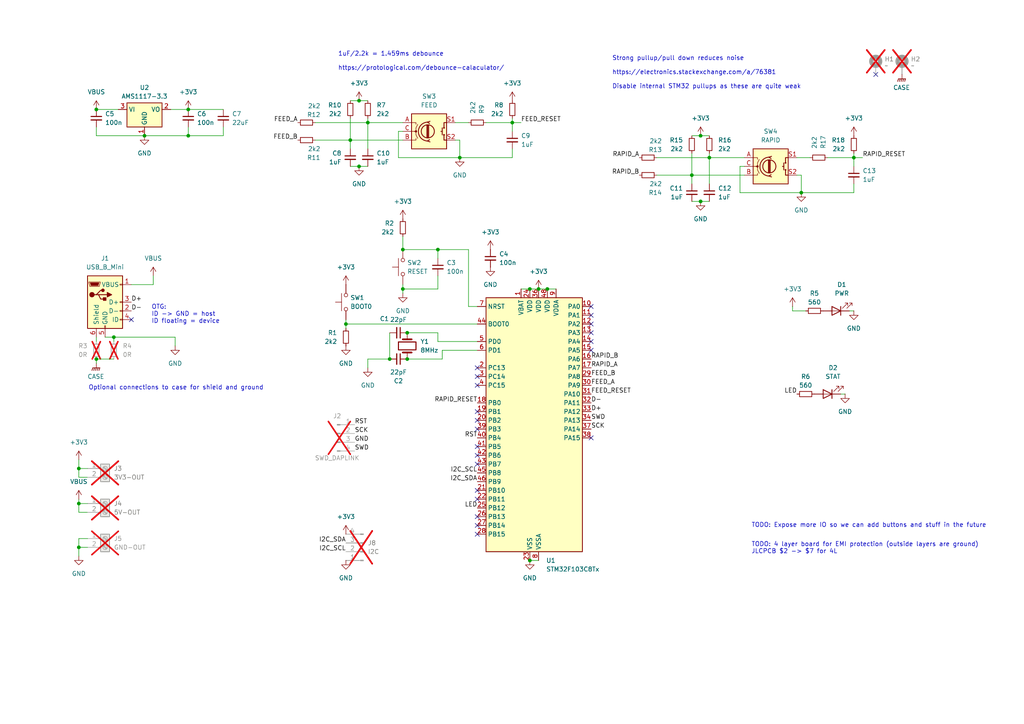
<source format=kicad_sch>
(kicad_sch (version 20231120) (generator "eeschema") (generator_version "8.0")
  (paper "A4")
  (lib_symbols
    (symbol "Connector:Conn_01x04_Pin" (pin_names (offset 1.016) hide)
      (property "Reference" "J" (at 0 5.08 0))
      (property "Value" "Conn_01x04_Pin" (at 0 -7.62 0))
      (symbol "Conn_01x04_Pin_1_1"
        (pin passive line (at 5.08 2.54 180) (length 3.81) (name "Pin_1") (number "1"))
        (pin passive line (at 5.08 0 180) (length 3.81) (name "Pin_2") (number "2"))
        (pin passive line (at 5.08 -2.54 180) (length 3.81) (name "Pin_3") (number "3"))
        (pin passive line (at 5.08 -5.08 180) (length 3.81) (name "Pin_4") (number "4"))
      )
    )
    (symbol "Connector:Screw_Terminal_01x02" (pin_names (offset 1.016) hide)
      (property "Reference" "J" (at 0 2.54 0))
      (property "Value" "Screw_Terminal_01x02" (at 0 -5.08 0))
      (symbol "Screw_Terminal_01x02_1_1"
        (pin passive line (at -5.08 0 0) (length 3.81) (name "Pin_1") (number "1"))
        (pin passive line (at -5.08 -2.54 0) (length 3.81) (name "Pin_2") (number "2"))
      )
    )
    (symbol "Connector:USB_B_Mini" (pin_names (offset 1.016))
      (property "Reference" "J" (at -5.08 11.43 0))
      (property "Value" "USB_B_Mini" (at -5.08 8.89 0))
      (symbol "USB_B_Mini_1_1"
        (pin power_out line (at 7.62 5.08 180) (length 2.54) (name "VBUS") (number "1"))
        (pin bidirectional line (at 7.62 -2.54 180) (length 2.54) (name "D-") (number "2"))
        (pin bidirectional line (at 7.62 0 180) (length 2.54) (name "D+") (number "3"))
        (pin passive line (at 7.62 -5.08 180) (length 2.54) (name "ID") (number "4"))
        (pin power_out line (at 0 -10.16 90) (length 2.54) (name "GND") (number "5"))
        (pin passive line (at -2.54 -10.16 90) (length 2.54) (name "Shield") (number "6"))
      )
    )
    (symbol "Device:C_Small" (pin_numbers hide) (pin_names (offset 0.254) hide)
      (property "Reference" "C" (at 0.254 1.778 0))
      (property "Value" "C_Small" (at 0.254 -2.032 0))
      (symbol "C_Small_1_1"
        (pin passive line (at 0 2.54 270) (length 2.032) (name "~") (number "1"))
        (pin passive line (at 0 -2.54 90) (length 2.032) (name "~") (number "2"))
      )
    )
    (symbol "Device:Crystal" (pin_numbers hide) (pin_names (offset 1.016) hide)
      (property "Reference" "Y" (at 0 3.81 0))
      (property "Value" "Crystal" (at 0 -3.81 0))
      (symbol "Crystal_1_1"
        (pin passive line (at -3.81 0 0) (length 1.27) (name "1") (number "1"))
        (pin passive line (at 3.81 0 180) (length 1.27) (name "2") (number "2"))
      )
    )
    (symbol "Device:LED" (pin_numbers hide) (pin_names (offset 1.016) hide)
      (property "Reference" "D" (at 0 2.54 0))
      (property "Value" "LED" (at 0 -2.54 0))
      (symbol "LED_1_1"
        (pin passive line (at -3.81 0 0) (length 2.54) (name "K") (number "1"))
        (pin passive line (at 3.81 0 180) (length 2.54) (name "A") (number "2"))
      )
    )
    (symbol "Device:R_Small" (pin_numbers hide) (pin_names (offset 0.254) hide)
      (property "Reference" "R" (at 0.762 0.508 0))
      (property "Value" "R_Small" (at 0.762 -1.016 0))
      (symbol "R_Small_1_1"
        (pin passive line (at 0 2.54 270) (length 0.762) (name "~") (number "1"))
        (pin passive line (at 0 -2.54 90) (length 0.762) (name "~") (number "2"))
      )
    )
    (symbol "Device:RotaryEncoder_Switch" (pin_names (offset 0.254) hide)
      (property "Reference" "SW" (at 0 6.604 0))
      (property "Value" "RotaryEncoder_Switch" (at 0 -6.604 0))
      (symbol "RotaryEncoder_Switch_1_1"
        (pin passive line (at -7.62 2.54 0) (length 2.54) (name "A") (number "A"))
        (pin passive line (at -7.62 -2.54 0) (length 2.54) (name "B") (number "B"))
        (pin passive line (at -7.62 0 0) (length 2.54) (name "C") (number "C"))
        (pin passive line (at 7.62 2.54 180) (length 2.54) (name "S1") (number "S1"))
        (pin passive line (at 7.62 -2.54 180) (length 2.54) (name "S2") (number "S2"))
      )
    )
    (symbol "MCU_ST_STM32F1:STM32F103C8Tx"
      (property "Reference" "U" (at -12.7 39.37 0))
      (property "Value" "STM32F103C8Tx" (at 10.16 39.37 0))
      (symbol "STM32F103C8Tx_1_1"
        (pin power_in line (at -2.54 40.64 270) (length 2.54) (name "VBAT") (number "1"))
        (pin bidirectional line (at 17.78 35.56 180) (length 2.54) (name "PA0") (number "10"))
        (pin bidirectional line (at 17.78 33.02 180) (length 2.54) (name "PA1") (number "11"))
        (pin bidirectional line (at 17.78 30.48 180) (length 2.54) (name "PA2") (number "12"))
        (pin bidirectional line (at 17.78 27.94 180) (length 2.54) (name "PA3") (number "13"))
        (pin bidirectional line (at 17.78 25.4 180) (length 2.54) (name "PA4") (number "14"))
        (pin bidirectional line (at 17.78 22.86 180) (length 2.54) (name "PA5") (number "15"))
        (pin bidirectional line (at 17.78 20.32 180) (length 2.54) (name "PA6") (number "16"))
        (pin bidirectional line (at 17.78 17.78 180) (length 2.54) (name "PA7") (number "17"))
        (pin bidirectional line (at -15.24 7.62 0) (length 2.54) (name "PB0") (number "18"))
        (pin bidirectional line (at -15.24 5.08 0) (length 2.54) (name "PB1") (number "19"))
        (pin bidirectional line (at -15.24 17.78 0) (length 2.54) (name "PC13") (number "2"))
        (pin bidirectional line (at -15.24 2.54 0) (length 2.54) (name "PB2") (number "20"))
        (pin bidirectional line (at -15.24 -17.78 0) (length 2.54) (name "PB10") (number "21"))
        (pin bidirectional line (at -15.24 -20.32 0) (length 2.54) (name "PB11") (number "22"))
        (pin power_in line (at 0 -38.1 90) (length 2.54) (name "VSS") (number "23"))
        (pin power_in line (at 0 40.64 270) (length 2.54) (name "VDD") (number "24"))
        (pin bidirectional line (at -15.24 -22.86 0) (length 2.54) (name "PB12") (number "25"))
        (pin bidirectional line (at -15.24 -25.4 0) (length 2.54) (name "PB13") (number "26"))
        (pin bidirectional line (at -15.24 -27.94 0) (length 2.54) (name "PB14") (number "27"))
        (pin bidirectional line (at -15.24 -30.48 0) (length 2.54) (name "PB15") (number "28"))
        (pin bidirectional line (at 17.78 15.24 180) (length 2.54) (name "PA8") (number "29"))
        (pin bidirectional line (at -15.24 15.24 0) (length 2.54) (name "PC14") (number "3"))
        (pin bidirectional line (at 17.78 12.7 180) (length 2.54) (name "PA9") (number "30"))
        (pin bidirectional line (at 17.78 10.16 180) (length 2.54) (name "PA10") (number "31"))
        (pin bidirectional line (at 17.78 7.62 180) (length 2.54) (name "PA11") (number "32"))
        (pin bidirectional line (at 17.78 5.08 180) (length 2.54) (name "PA12") (number "33"))
        (pin bidirectional line (at 17.78 2.54 180) (length 2.54) (name "PA13") (number "34"))
        (pin passive line (at 0 -38.1 90) (length 2.54) hide (name "VSS") (number "35"))
        (pin power_in line (at 2.54 40.64 270) (length 2.54) (name "VDD") (number "36"))
        (pin bidirectional line (at 17.78 0 180) (length 2.54) (name "PA14") (number "37"))
        (pin bidirectional line (at 17.78 -2.54 180) (length 2.54) (name "PA15") (number "38"))
        (pin bidirectional line (at -15.24 0 0) (length 2.54) (name "PB3") (number "39"))
        (pin bidirectional line (at -15.24 12.7 0) (length 2.54) (name "PC15") (number "4"))
        (pin bidirectional line (at -15.24 -2.54 0) (length 2.54) (name "PB4") (number "40"))
        (pin bidirectional line (at -15.24 -5.08 0) (length 2.54) (name "PB5") (number "41"))
        (pin bidirectional line (at -15.24 -7.62 0) (length 2.54) (name "PB6") (number "42"))
        (pin bidirectional line (at -15.24 -10.16 0) (length 2.54) (name "PB7") (number "43"))
        (pin input line (at -15.24 30.48 0) (length 2.54) (name "BOOT0") (number "44"))
        (pin bidirectional line (at -15.24 -12.7 0) (length 2.54) (name "PB8") (number "45"))
        (pin bidirectional line (at -15.24 -15.24 0) (length 2.54) (name "PB9") (number "46"))
        (pin passive line (at 0 -38.1 90) (length 2.54) hide (name "VSS") (number "47"))
        (pin power_in line (at 5.08 40.64 270) (length 2.54) (name "VDD") (number "48"))
        (pin bidirectional line (at -15.24 25.4 0) (length 2.54) (name "PD0") (number "5"))
        (pin bidirectional line (at -15.24 22.86 0) (length 2.54) (name "PD1") (number "6"))
        (pin input line (at -15.24 35.56 0) (length 2.54) (name "NRST") (number "7"))
        (pin power_in line (at 2.54 -38.1 90) (length 2.54) (name "VSSA") (number "8"))
        (pin power_in line (at 7.62 40.64 270) (length 2.54) (name "VDDA") (number "9"))
      )
    )
    (symbol "Mechanical:MountingHole_Pad" (pin_numbers hide) (pin_names (offset 1.016) hide) (exclude_from_sim yes) (in_bom no)
      (property "Reference" "H" (at 0 6.35 0))
      (property "Value" "MountingHole_Pad" (at 0 4.445 0))
      (symbol "MountingHole_Pad_1_1"
        (pin input line (at 0 -2.54 90) (length 2.54) (name "1") (number "1"))
      )
    )
    (symbol "Regulator_Linear:AMS1117-3.3"
      (property "Reference" "U" (at -3.81 3.175 0))
      (property "Value" "AMS1117-3.3" (at 0 3.175 0))
      (symbol "AMS1117-3.3_1_1"
        (pin power_in line (at 0 -7.62 90) (length 2.54) (name "GND") (number "1"))
        (pin power_out line (at 7.62 0 180) (length 2.54) (name "VO") (number "2"))
        (pin power_in line (at -7.62 0 0) (length 2.54) (name "VI") (number "3"))
      )
    )
    (symbol "Switch:SW_Push" (pin_numbers hide) (pin_names (offset 1.016) hide)
      (property "Reference" "SW" (at 1.27 2.54 0))
      (property "Value" "SW_Push" (at 0 -1.524 0))
      (symbol "SW_Push_0_1"
        (pin passive line (at -5.08 0 0) (length 2.54) (name "1") (number "1"))
        (pin passive line (at 5.08 0 180) (length 2.54) (name "2") (number "2"))
      )
    )
    (symbol "power:+3V3" (power) (pin_numbers hide) (pin_names (offset 0) hide)
      (property "Value" "+3V3" (at 0 3.556 0))
      (symbol "+3V3_1_1"
        (pin power_in line (at 0 0 90) (length 0) (name "~") (number "1"))
      )
    )
    (symbol "power:GND" (power) (pin_numbers hide) (pin_names (offset 0) hide)
      (property "Value" "GND" (at 0 -3.81 0))
      (symbol "GND_1_1"
        (pin power_in line (at 0 0 270) (length 0) (name "~") (number "1"))
      )
    )
    (symbol "power:GNDPWR" (power) (pin_numbers hide) (pin_names (offset 0) hide)
      (property "Value" "GNDPWR" (at 0 -3.302 0))
      (symbol "GNDPWR_1_1"
        (pin power_in line (at 0 0 270) (length 0) (name "~") (number "1"))
      )
    )
    (symbol "power:VBUS" (power) (pin_numbers hide) (pin_names (offset 0) hide)
      (property "Value" "VBUS" (at 0 3.556 0))
      (symbol "VBUS_1_1"
        (pin power_in line (at 0 0 90) (length 0) (name "~") (number "1"))
      )
    )
  )
  (junction (at 104.14 48.26))
  (junction (at 113.03 104.14))
  (junction (at 27.94 104.14))
  (junction (at 203.2 58.42))
  (junction (at 127 72.39))
  (junction (at 116.84 83.82))
  (junction (at 104.14 29.21))
  (junction (at 158.75 83.82))
  (junction (at 100.33 93.98))
  (junction (at 203.2 39.37))
  (junction (at 232.41 55.88))
  (junction (at 133.35 45.72))
  (junction (at 22.86 146.05))
  (junction (at 101.6 40.64))
  (junction (at 200.66 50.8))
  (junction (at 116.84 72.39))
  (junction (at 153.67 162.56))
  (junction (at 118.11 104.14))
  (junction (at 153.67 83.82))
  (junction (at 33.02 97.79))
  (junction (at 247.65 45.72))
  (junction (at 27.94 31.75))
  (junction (at 41.91 39.37))
  (junction (at 54.61 39.37))
  (junction (at 148.59 35.56))
  (junction (at 106.68 35.56))
  (junction (at 156.21 83.82))
  (junction (at 22.86 135.89))
  (junction (at 54.61 31.75))
  (junction (at 205.74 45.72))
  (junction (at 118.11 96.52))
  (junction (at 22.86 158.75))
  (no_connect (at 138.43 121.92))
  (no_connect (at 38.1 92.71))
  (no_connect (at 138.43 142.24))
  (no_connect (at 171.45 91.44))
  (no_connect (at 138.43 129.54))
  (no_connect (at 254 21.59))
  (no_connect (at 138.43 149.86))
  (no_connect (at 138.43 111.76))
  (no_connect (at 138.43 109.22))
  (no_connect (at 171.45 127))
  (no_connect (at 171.45 96.52))
  (no_connect (at 138.43 152.4))
  (no_connect (at 138.43 132.08))
  (no_connect (at 138.43 154.94))
  (no_connect (at 138.43 144.78))
  (no_connect (at 171.45 101.6))
  (no_connect (at 138.43 119.38))
  (no_connect (at 138.43 134.62))
  (no_connect (at 171.45 99.06))
  (no_connect (at 138.43 106.68))
  (no_connect (at 138.43 124.46))
  (no_connect (at 171.45 88.9))
  (no_connect (at 171.45 93.98))
  (wire (pts (xy 200.66 39.37) (xy 203.2 39.37)))
  (wire (pts (xy 22.86 158.75) (xy 25.4 158.75)))
  (wire (pts (xy 138.43 88.9) (xy 135.89 88.9)))
  (wire (pts (xy 190.5 50.8) (xy 200.66 50.8)))
  (wire (pts (xy 100.33 93.98) (xy 100.33 95.25)))
  (wire (pts (xy 22.86 156.21) (xy 22.86 158.75)))
  (wire (pts (xy 27.94 104.14) (xy 33.02 104.14)))
  (wire (pts (xy 140.97 35.56) (xy 148.59 35.56)))
  (wire (pts (xy 27.94 104.14) (xy 27.94 105.41)))
  (wire (pts (xy 127 96.52) (xy 127 99.06)))
  (wire (pts (xy 205.74 45.72) (xy 205.74 53.34)))
  (wire (pts (xy 247.65 90.17) (xy 246.38 90.17)))
  (wire (pts (xy 190.5 45.72) (xy 205.74 45.72)))
  (wire (pts (xy 231.14 45.72) (xy 234.95 45.72)))
  (wire (pts (xy 135.89 88.9) (xy 135.89 72.39)))
  (wire (pts (xy 205.74 45.72) (xy 215.9 45.72)))
  (wire (pts (xy 27.94 31.75) (xy 34.29 31.75)))
  (wire (pts (xy 106.68 106.68) (xy 106.68 104.14)))
  (wire (pts (xy 127 80.01) (xy 127 83.82)))
  (wire (pts (xy 231.14 50.8) (xy 232.41 50.8)))
  (wire (pts (xy 116.84 68.58) (xy 116.84 72.39)))
  (wire (pts (xy 25.4 148.59) (xy 22.86 148.59)))
  (wire (pts (xy 91.44 35.56) (xy 106.68 35.56)))
  (wire (pts (xy 128.27 101.6) (xy 138.43 101.6)))
  (wire (pts (xy 25.4 156.21) (xy 22.86 156.21)))
  (wire (pts (xy 247.65 45.72) (xy 247.65 44.45)))
  (wire (pts (xy 158.75 83.82) (xy 161.29 83.82)))
  (wire (pts (xy 205.74 45.72) (xy 205.74 44.45)))
  (wire (pts (xy 101.6 48.26) (xy 104.14 48.26)))
  (wire (pts (xy 156.21 83.82) (xy 158.75 83.82)))
  (wire (pts (xy 91.44 40.64) (xy 101.6 40.64)))
  (wire (pts (xy 200.66 44.45) (xy 200.66 50.8)))
  (wire (pts (xy 127 83.82) (xy 116.84 83.82)))
  (wire (pts (xy 135.89 72.39) (xy 127 72.39)))
  (wire (pts (xy 151.13 83.82) (xy 153.67 83.82)))
  (wire (pts (xy 151.13 35.56) (xy 148.59 35.56)))
  (wire (pts (xy 229.87 90.17) (xy 229.87 88.9)))
  (wire (pts (xy 245.11 114.3) (xy 243.84 114.3)))
  (wire (pts (xy 148.59 35.56) (xy 148.59 34.29)))
  (wire (pts (xy 106.68 35.56) (xy 116.84 35.56)))
  (wire (pts (xy 44.45 82.55) (xy 38.1 82.55)))
  (wire (pts (xy 128.27 104.14) (xy 118.11 104.14)))
  (wire (pts (xy 203.2 39.37) (xy 205.74 39.37)))
  (wire (pts (xy 44.45 80.01) (xy 44.45 82.55)))
  (wire (pts (xy 127 72.39) (xy 127 74.93)))
  (wire (pts (xy 232.41 50.8) (xy 232.41 55.88)))
  (wire (pts (xy 64.77 36.83) (xy 64.77 39.37)))
  (wire (pts (xy 153.67 83.82) (xy 156.21 83.82)))
  (wire (pts (xy 22.86 148.59) (xy 22.86 146.05)))
  (wire (pts (xy 100.33 92.71) (xy 100.33 93.98)))
  (wire (pts (xy 50.8 100.33) (xy 50.8 97.79)))
  (wire (pts (xy 116.84 83.82) (xy 116.84 85.09)))
  (wire (pts (xy 64.77 39.37) (xy 54.61 39.37)))
  (wire (pts (xy 101.6 34.29) (xy 101.6 40.64)))
  (wire (pts (xy 116.84 38.1) (xy 115.57 38.1)))
  (wire (pts (xy 115.57 45.72) (xy 133.35 45.72)))
  (wire (pts (xy 128.27 101.6) (xy 128.27 104.14)))
  (wire (pts (xy 33.02 97.79) (xy 33.02 99.06)))
  (wire (pts (xy 101.6 40.64) (xy 116.84 40.64)))
  (wire (pts (xy 247.65 53.34) (xy 247.65 55.88)))
  (wire (pts (xy 232.41 55.88) (xy 247.65 55.88)))
  (wire (pts (xy 153.67 162.56) (xy 156.21 162.56)))
  (wire (pts (xy 22.86 158.75) (xy 22.86 161.29)))
  (wire (pts (xy 115.57 38.1) (xy 115.57 45.72)))
  (wire (pts (xy 41.91 39.37) (xy 27.94 39.37)))
  (wire (pts (xy 148.59 43.18) (xy 148.59 45.72)))
  (wire (pts (xy 214.63 48.26) (xy 214.63 55.88)))
  (wire (pts (xy 101.6 40.64) (xy 101.6 43.18)))
  (wire (pts (xy 106.68 104.14) (xy 113.03 104.14)))
  (wire (pts (xy 200.66 50.8) (xy 215.9 50.8)))
  (wire (pts (xy 22.86 135.89) (xy 25.4 135.89)))
  (wire (pts (xy 27.94 39.37) (xy 27.94 36.83)))
  (wire (pts (xy 133.35 45.72) (xy 148.59 45.72)))
  (wire (pts (xy 104.14 48.26) (xy 106.68 48.26)))
  (wire (pts (xy 41.91 39.37) (xy 54.61 39.37)))
  (wire (pts (xy 22.86 133.35) (xy 22.86 135.89)))
  (wire (pts (xy 247.65 45.72) (xy 247.65 48.26)))
  (wire (pts (xy 133.35 40.64) (xy 133.35 45.72)))
  (wire (pts (xy 200.66 50.8) (xy 200.66 53.34)))
  (wire (pts (xy 127 96.52) (xy 118.11 96.52)))
  (wire (pts (xy 50.8 97.79) (xy 33.02 97.79)))
  (wire (pts (xy 250.19 45.72) (xy 247.65 45.72)))
  (wire (pts (xy 132.08 40.64) (xy 133.35 40.64)))
  (wire (pts (xy 233.68 90.17) (xy 229.87 90.17)))
  (wire (pts (xy 22.86 146.05) (xy 25.4 146.05)))
  (wire (pts (xy 203.2 58.42) (xy 205.74 58.42)))
  (wire (pts (xy 22.86 146.05) (xy 22.86 144.78)))
  (wire (pts (xy 106.68 35.56) (xy 106.68 43.18)))
  (wire (pts (xy 200.66 58.42) (xy 203.2 58.42)))
  (wire (pts (xy 22.86 135.89) (xy 22.86 138.43)))
  (wire (pts (xy 214.63 55.88) (xy 232.41 55.88)))
  (wire (pts (xy 49.53 31.75) (xy 54.61 31.75)))
  (wire (pts (xy 30.48 97.79) (xy 33.02 97.79)))
  (wire (pts (xy 54.61 36.83) (xy 54.61 39.37)))
  (wire (pts (xy 138.43 99.06) (xy 127 99.06)))
  (wire (pts (xy 25.4 138.43) (xy 22.86 138.43)))
  (wire (pts (xy 132.08 35.56) (xy 135.89 35.56)))
  (wire (pts (xy 116.84 82.55) (xy 116.84 83.82)))
  (wire (pts (xy 100.33 93.98) (xy 138.43 93.98)))
  (wire (pts (xy 148.59 35.56) (xy 148.59 38.1)))
  (wire (pts (xy 106.68 35.56) (xy 106.68 34.29)))
  (wire (pts (xy 116.84 72.39) (xy 127 72.39)))
  (wire (pts (xy 54.61 31.75) (xy 64.77 31.75)))
  (wire (pts (xy 240.03 45.72) (xy 247.65 45.72)))
  (wire (pts (xy 27.94 97.79) (xy 27.94 99.06)))
  (wire (pts (xy 215.9 48.26) (xy 214.63 48.26)))
  (wire (pts (xy 113.03 96.52) (xy 113.03 104.14)))
  (wire (pts (xy 104.14 29.21) (xy 106.68 29.21)))
  (wire (pts (xy 101.6 29.21) (xy 104.14 29.21)))
  (text "OTG:\nID -> GND = host\nID floating = device" (at 43.942 91.186 0) (effects (font (size 1.27 1.27)) (justify left)))
  (text "Strong pullup/pull down reduces noise\n\nhttps://electronics.stackexchange.com/a/76381\n\nDisable internal STM32 pullups as these are quite weak" (at 177.546 21.082 0) (effects (font (size 1.27 1.27)) (justify left)))
  (text "Optional connections to case for shield and ground" (at 25.654 112.522 0) (effects (font (size 1.27 1.27)) (justify left)))
  (text "TODO: 4 layer board for EMI protection (outside layers are ground)\nJLCPCB $2 -> $7 for 4L" (at 217.932 159.004 0) (effects (font (size 1.27 1.27)) (justify left)))
  (text "1uF/2.2k = 1.459ms debounce\n\nhttps://protological.com/debounce-calaculator/" (at 98.044 17.78 0) (effects (font (size 1.27 1.27)) (justify left)))
  (text "TODO: Expose more IO so we can add buttons and stuff in the future\n" (at 217.932 152.4 0) (effects (font (size 1.27 1.27)) (justify left)))
  (label "RAPID_RESET" (at 250.19 45.72 0))
  (label "SWD" (at 171.45 121.92 0))
  (label "RAPID_A" (at 185.42 45.72 180))
  (label "D-" (at 171.45 116.84 0))
  (label "FEED_RESET" (at 151.13 35.56 0))
  (label "D+" (at 171.45 119.38 0))
  (label "RST" (at 102.87 123.19 0))
  (label "FEED_B" (at 171.45 109.22 0))
  (label "D+" (at 38.1 87.63 0))
  (label "FEED_B" (at 86.36 40.64 180))
  (label "RST" (at 138.43 127 180))
  (label "GND" (at 102.87 128.27 0))
  (label "FEED_A" (at 171.45 111.76 0))
  (label "SCK" (at 171.45 124.46 0))
  (label "I2C_SDA" (at 100.33 157.48 180))
  (label "RAPID_B" (at 171.45 104.14 0))
  (label "I2C_SDA" (at 138.43 139.7 180))
  (label "RAPID_RESET" (at 138.43 116.84 180))
  (label "RAPID_A" (at 171.45 106.68 0))
  (label "FEED_A" (at 86.36 35.56 180))
  (label "LED" (at 138.43 147.32 180))
  (label "I2C_SCL" (at 138.43 137.16 180))
  (label "D-" (at 38.1 90.17 0))
  (label "RAPID_B" (at 185.42 50.8 180))
  (label "I2C_SCL" (at 100.33 160.02 180))
  (label "SCK" (at 102.87 125.73 0))
  (label "FEED_RESET" (at 171.45 114.3 0))
  (label "SWD" (at 102.87 130.81 0))
  (label "LED" (at 231.14 114.3 180))
  (symbol (lib_id "MCU_ST_STM32F1:STM32F103C8Tx") (at 153.67 124.46 0) (unit 1)
    (property "Reference" "U1" (at 158.4041 162.56 0) (effects (justify left)))
    (property "Value" "STM32F103C8Tx" (at 158.4041 165.1 0) (effects (justify left)))
    (property "Footprint" "Package_QFP:LQFP-48_7x7mm_P0.5mm" (effects (hide yes)))
    (property "Datasheet" "https://www.st.com/resource/en/datasheet/stm32f103c8.pdf" (effects (hide yes)))
    (property "Description" "STMicroelectronics Arm Cortex-M3 MCU, 64KB flash, 20KB RAM, 72 MHz, 2.0-3.6V, 37 GPIO, LQFP48" (effects (hide yes)))
    (property "JLCPCB" "C8734" (effects (hide yes)))
    (property "MPN" "STM32F103C8T6" (effects (hide yes)))
    (property "Manufacturer" "STMicroelectronics" (effects (hide yes)))
  )
  (symbol (lib_id "Mechanical:MountingHole_Pad") (at 261.62 19.05 0) (unit 1) (exclude_from_sim yes) (in_bom no) (dnp yes)
    (property "Reference" "H2" (at 264.16 17.1449 0) (effects (justify left)))
    (property "Value" "~" (at 264.16 19.05 0) (effects (justify left)))
    (property "Footprint" "MountingHole:MountingHole_3.2mm_M3_Pad_Via" (effects (hide yes)))
    (property "Description" "Mounting Hole with connection" (effects (hide yes)))
  )
  (symbol (lib_id "Connector:Conn_01x04_Pin") (at 97.79 125.73 0) (unit 1) (in_bom no) (dnp yes)
    (property "Reference" "J2" (at 97.79 120.65 0))
    (property "Value" "SWD_DAPLINK" (at 97.79 132.842 0))
    (property "Footprint" "Connector_PinHeader_2.54mm:PinHeader_1x04_P2.54mm_Vertical" (effects (hide yes)))
    (property "Description" "Generic connector, single row, 01x04, script generated" (effects (hide yes)))
  )
  (symbol (lib_id "Connector:USB_B_Mini") (at 30.48 87.63 0) (unit 1) (in_bom no)
    (property "Reference" "J1" (at 30.48 74.93 0))
    (property "Value" "USB_B_Mini" (at 30.48 77.47 0))
    (property "Footprint" "cnc-interface-panel-footprints:molex-usb-mini-b-67503-1020" (effects (hide yes)))
    (property "Description" "USB Mini Type B connector" (effects (hide yes)))
  )
  (symbol (lib_id "Device:C_Small") (at 54.61 34.29 0) (unit 1)
    (property "Reference" "C6" (at 57.15 33.0262 0) (effects (justify left)))
    (property "Value" "100n" (at 57.15 35.5662 0) (effects (justify left)))
    (property "Footprint" "Capacitor_SMD:C_0603_1608Metric_Pad1.08x0.95mm_HandSolder" (effects (hide yes)))
    (property "Description" "Unpolarized capacitor, small symbol" (effects (hide yes)))
    (property "JLCPCB" "C14663" (effects (hide yes)))
    (property "MPN" "CC0603KRX7R9BB104" (effects (hide yes)))
    (property "Manufacturer" "YAGEO" (effects (hide yes)))
  )
  (symbol (lib_id "power:+3V3") (at 203.2 39.37 0) (unit 1)
    (property "Reference" "#PWR023" (effects (hide yes)))
    (property "Value" "+3V3" (at 203.2 34.29 0))
    (property "Description" "Power symbol creates a global label with name \"+3V3\"" (effects (hide yes)))
  )
  (symbol (lib_id "power:GND") (at 232.41 55.88 0) (unit 1)
    (property "Reference" "#PWR027" (effects (hide yes)))
    (property "Value" "GND" (at 232.41 60.96 0))
    (property "Description" "Power symbol creates a global label with name \"GND\" , ground" (effects (hide yes)))
  )
  (symbol (lib_id "Connector:Screw_Terminal_01x02") (at 30.48 156.21 0) (unit 1) (in_bom no) (on_board no) (dnp yes)
    (property "Reference" "J5" (at 33.02 156.2099 0) (effects (justify left)))
    (property "Value" "GND-OUT" (at 33.02 158.7499 0) (effects (justify left)))
    (property "Footprint" "TerminalBlock_Phoenix:TerminalBlock_Phoenix_MKDS-1,5-2_1x02_P5.00mm_Horizontal" (effects (hide yes)))
    (property "Description" "Generic screw terminal, single row, 01x02, script generated (kicad-library-utils/schlib/autogen/connector/)" (effects (hide yes)))
  )
  (symbol (lib_id "Device:RotaryEncoder_Switch") (at 223.52 48.26 0) (unit 1)
    (property "Reference" "SW4" (at 223.52 38.1 0))
    (property "Value" "RAPID" (at 223.52 40.64 0))
    (property "Footprint" "cnc-interface-panel-footprints:PEC11L4115FS0020" (effects (hide yes)))
    (property "Datasheet" "https://www.bourns.com/docs/product-datasheets/PEC11L.pdf" (effects (hide yes)))
    (property "Description" "Rotary encoder, dual channel, incremental quadrate outputs, with switch" (effects (hide yes)))
    (property "JLCPCB" "C143799" (effects (hide yes)))
    (property "MPN" "PEC11L-4115F-S0020" (effects (hide yes)))
    (property "Manufacturer" "BOURNS" (effects (hide yes)))
  )
  (symbol (lib_id "Device:C_Small") (at 115.57 104.14 270) (mirror x) (unit 1)
    (property "Reference" "C2" (at 115.5636 110.49 90))
    (property "Value" "22pF" (at 115.5636 107.95 90))
    (property "Footprint" "Capacitor_SMD:C_0603_1608Metric_Pad1.08x0.95mm_HandSolder" (effects (hide yes)))
    (property "Description" "Unpolarized capacitor, small symbol" (effects (hide yes)))
    (property "JLCPCB" "C1653" (effects (hide yes)))
    (property "MPN" "CL10C220JB8NNNC" (effects (hide yes)))
    (property "Manufacturer" "Samsung Electro-Mechanics" (effects (hide yes)))
  )
  (symbol (lib_id "power:GND") (at 100.33 162.56 0) (unit 1)
    (property "Reference" "#PWR032" (effects (hide yes)))
    (property "Value" "GND" (at 100.33 167.64 0))
    (property "Description" "Power symbol creates a global label with name \"GND\" , ground" (effects (hide yes)))
  )
  (symbol (lib_id "Device:R_Small") (at 187.96 50.8 90) (mirror x) (unit 1)
    (property "Reference" "R14" (at 192.024 55.88 90) (effects (justify left)))
    (property "Value" "2k2" (at 192.024 53.34 90) (effects (justify left)))
    (property "Footprint" "Resistor_SMD:R_0603_1608Metric_Pad0.98x0.95mm_HandSolder" (effects (hide yes)))
    (property "Description" "Resistor, small symbol" (effects (hide yes)))
    (property "JLCPCB" "C4190" (effects (hide yes)))
    (property "MPN" "0603WAF2201T5E" (effects (hide yes)))
    (property "Manufacturer" "UNI-ROYAL(Uniroyal Elec)" (effects (hide yes)))
  )
  (symbol (lib_id "power:GND") (at 247.65 90.17 0) (unit 1)
    (property "Reference" "#PWR019" (effects (hide yes)))
    (property "Value" "GND" (at 247.65 95.25 0))
    (property "Description" "Power symbol creates a global label with name \"GND\" , ground" (effects (hide yes)))
  )
  (symbol (lib_id "Device:Crystal") (at 118.11 100.33 90) (unit 1)
    (property "Reference" "Y1" (at 121.92 99.0599 90) (effects (justify right)))
    (property "Value" "8MHz" (at 121.92 101.5999 90) (effects (justify right)))
    (property "Footprint" "cnc-interface-panel-footprints:Crystal_SMD_TXC_7A-2Pin_5x3.2mm" (effects (hide yes)))
    (property "Description" "Two pin crystal" (effects (hide yes)))
    (property "JLCPCB" "C115962" (effects (hide yes)))
    (property "MPN" "X50328MSB2GI" (effects (hide yes)))
    (property "Manufacturer" "YXC" (effects (hide yes)))
  )
  (symbol (lib_id "power:GND") (at 41.91 39.37 0) (unit 1)
    (property "Reference" "#PWR015" (effects (hide yes)))
    (property "Value" "GND" (at 41.91 44.45 0))
    (property "Description" "Power symbol creates a global label with name \"GND\" , ground" (effects (hide yes)))
  )
  (symbol (lib_id "Device:R_Small") (at 236.22 90.17 90) (unit 1)
    (property "Reference" "R5" (at 236.22 85.09 90))
    (property "Value" "560" (at 236.22 87.63 90))
    (property "Footprint" "Resistor_SMD:R_0603_1608Metric_Pad0.98x0.95mm_HandSolder" (effects (hide yes)))
    (property "Description" "Resistor, small symbol" (effects (hide yes)))
    (property "JLCPCB" "C23204" (effects (hide yes)))
    (property "MPN" "0603WAF5600T5E" (effects (hide yes)))
    (property "Manufacturer" "UNI-ROYAL(Uniroyal Elec)" (effects (hide yes)))
  )
  (symbol (lib_id "power:GNDPWR") (at 261.62 21.59 0) (unit 1)
    (property "Reference" "#PWR010" (effects (hide yes)))
    (property "Value" "CASE" (at 261.493 25.4 0))
    (property "Description" "Power symbol creates a global label with name \"GNDPWR\" , global ground" (effects (hide yes)))
  )
  (symbol (lib_id "Device:R_Small") (at 138.43 35.56 270) (mirror x) (unit 1)
    (property "Reference" "R9" (at 139.7001 33.02 0) (effects (justify left)))
    (property "Value" "2k2" (at 137.1601 33.02 0) (effects (justify left)))
    (property "Footprint" "Resistor_SMD:R_0603_1608Metric_Pad0.98x0.95mm_HandSolder" (effects (hide yes)))
    (property "Description" "Resistor, small symbol" (effects (hide yes)))
    (property "JLCPCB" "C4190" (effects (hide yes)))
    (property "MPN" "0603WAF2201T5E" (effects (hide yes)))
    (property "Manufacturer" "UNI-ROYAL(Uniroyal Elec)" (effects (hide yes)))
  )
  (symbol (lib_id "power:+3V3") (at 100.33 154.94 0) (unit 1)
    (property "Reference" "#PWR031" (effects (hide yes)))
    (property "Value" "+3V3" (at 100.33 149.86 0))
    (property "Description" "Power symbol creates a global label with name \"+3V3\"" (effects (hide yes)))
  )
  (symbol (lib_id "power:GND") (at 153.67 162.56 0) (unit 1)
    (property "Reference" "#PWR07" (effects (hide yes)))
    (property "Value" "GND" (at 153.67 167.64 0))
    (property "Description" "Power symbol creates a global label with name \"GND\" , ground" (effects (hide yes)))
  )
  (symbol (lib_id "power:+3V3") (at 100.33 82.55 0) (unit 1)
    (property "Reference" "#PWR01" (effects (hide yes)))
    (property "Value" "+3V3" (at 100.33 77.47 0))
    (property "Description" "Power symbol creates a global label with name \"+3V3\"" (effects (hide yes)))
  )
  (symbol (lib_id "Device:R_Small") (at 101.6 31.75 0) (mirror y) (unit 1)
    (property "Reference" "R10" (at 99.06 30.4799 0) (effects (justify left)))
    (property "Value" "2k2" (at 99.06 33.0199 0) (effects (justify left)))
    (property "Footprint" "Resistor_SMD:R_0603_1608Metric_Pad0.98x0.95mm_HandSolder" (effects (hide yes)))
    (property "Description" "Resistor, small symbol" (effects (hide yes)))
    (property "JLCPCB" "C4190" (effects (hide yes)))
    (property "MPN" "0603WAF2201T5E" (effects (hide yes)))
    (property "Manufacturer" "UNI-ROYAL(Uniroyal Elec)" (effects (hide yes)))
  )
  (symbol (lib_id "Device:C_Small") (at 247.65 50.8 0) (unit 1)
    (property "Reference" "C13" (at 250.19 49.5362 0) (effects (justify left)))
    (property "Value" "1uF" (at 250.19 52.0762 0) (effects (justify left)))
    (property "Footprint" "Capacitor_SMD:C_0603_1608Metric_Pad1.08x0.95mm_HandSolder" (effects (hide yes)))
    (property "Description" "Unpolarized capacitor, small symbol" (effects (hide yes)))
    (property "JLCPCB" "C15849" (effects (hide yes)))
    (property "MPN" "CL10A105KB8NNNC" (effects (hide yes)))
    (property "Manufacturer" "Samsung Electro-Mechanics" (effects (hide yes)))
  )
  (symbol (lib_id "power:+3V3") (at 104.14 29.21 0) (unit 1)
    (property "Reference" "#PWR022" (effects (hide yes)))
    (property "Value" "+3V3" (at 104.14 24.13 0))
    (property "Description" "Power symbol creates a global label with name \"+3V3\"" (effects (hide yes)))
  )
  (symbol (lib_id "Device:C_Small") (at 106.68 45.72 0) (unit 1)
    (property "Reference" "C10" (at 109.22 44.4562 0) (effects (justify left)))
    (property "Value" "1uF" (at 109.22 46.9962 0) (effects (justify left)))
    (property "Footprint" "Capacitor_SMD:C_0603_1608Metric_Pad1.08x0.95mm_HandSolder" (effects (hide yes)))
    (property "Description" "Unpolarized capacitor, small symbol" (effects (hide yes)))
    (property "JLCPCB" "C15849" (effects (hide yes)))
    (property "MPN" "CL10A105KB8NNNC" (effects (hide yes)))
    (property "Manufacturer" "Samsung Electro-Mechanics" (effects (hide yes)))
  )
  (symbol (lib_id "power:GND") (at 50.8 100.33 0) (unit 1)
    (property "Reference" "#PWR018" (effects (hide yes)))
    (property "Value" "GND" (at 50.8 105.41 0))
    (property "Description" "Power symbol creates a global label with name \"GND\" , ground" (effects (hide yes)))
  )
  (symbol (lib_id "Device:C_Small") (at 101.6 45.72 0) (mirror y) (unit 1)
    (property "Reference" "C8" (at 99.06 44.4562 0) (effects (justify left)))
    (property "Value" "1uF" (at 99.06 46.9962 0) (effects (justify left)))
    (property "Footprint" "Capacitor_SMD:C_0603_1608Metric_Pad1.08x0.95mm_HandSolder" (effects (hide yes)))
    (property "Description" "Unpolarized capacitor, small symbol" (effects (hide yes)))
    (property "JLCPCB" "C15849" (effects (hide yes)))
    (property "MPN" "CL10A105KB8NNNC" (effects (hide yes)))
    (property "Manufacturer" "Samsung Electro-Mechanics" (effects (hide yes)))
  )
  (symbol (lib_id "Regulator_Linear:AMS1117-3.3") (at 41.91 31.75 0) (unit 1)
    (property "Reference" "U2" (at 41.91 25.4 0))
    (property "Value" "AMS1117-3.3" (at 41.91 27.94 0))
    (property "Footprint" "Package_TO_SOT_SMD:SOT-223-3_TabPin2" (effects (hide yes)))
    (property "Datasheet" "http://www.advanced-monolithic.com/pdf/ds1117.pdf" (effects (hide yes)))
    (property "Description" "1A Low Dropout regulator, positive, 3.3V fixed output, SOT-223" (effects (hide yes)))
    (property "JLCPCB" "C6186" (effects (hide yes)))
    (property "MPN" "AMS1117-3.3" (effects (hide yes)))
    (property "Manufacturer" "Advanced Monolithic Systems" (effects (hide yes)))
  )
  (symbol (lib_id "Device:R_Small") (at 100.33 97.79 0) (mirror y) (unit 1)
    (property "Reference" "R1" (at 97.79 96.5199 0) (effects (justify left)))
    (property "Value" "2k2" (at 97.79 99.0599 0) (effects (justify left)))
    (property "Footprint" "Resistor_SMD:R_0603_1608Metric_Pad0.98x0.95mm_HandSolder" (effects (hide yes)))
    (property "Description" "Resistor, small symbol" (effects (hide yes)))
    (property "JLCPCB" "C4190" (effects (hide yes)))
    (property "MPN" "0603WAF2201T5E" (effects (hide yes)))
    (property "Manufacturer" "UNI-ROYAL(Uniroyal Elec)" (effects (hide yes)))
  )
  (symbol (lib_id "power:+3V3") (at 229.87 88.9 0) (unit 1)
    (property "Reference" "#PWR029" (effects (hide yes)))
    (property "Value" "+3V3" (at 229.87 83.82 0))
    (property "Description" "Power symbol creates a global label with name \"+3V3\"" (effects (hide yes)))
  )
  (symbol (lib_id "Device:R_Small") (at 88.9 35.56 90) (unit 1)
    (property "Reference" "R12" (at 92.964 33.274 90) (effects (justify left)))
    (property "Value" "2k2" (at 92.964 30.734 90) (effects (justify left)))
    (property "Footprint" "Resistor_SMD:R_0603_1608Metric_Pad0.98x0.95mm_HandSolder" (effects (hide yes)))
    (property "Description" "Resistor, small symbol" (effects (hide yes)))
    (property "JLCPCB" "C4190" (effects (hide yes)))
    (property "MPN" "0603WAF2201T5E" (effects (hide yes)))
    (property "Manufacturer" "UNI-ROYAL(Uniroyal Elec)" (effects (hide yes)))
  )
  (symbol (lib_id "Device:C_Small") (at 27.94 34.29 0) (unit 1)
    (property "Reference" "C5" (at 30.48 33.0262 0) (effects (justify left)))
    (property "Value" "100n" (at 30.48 35.5662 0) (effects (justify left)))
    (property "Footprint" "Capacitor_SMD:C_0603_1608Metric_Pad1.08x0.95mm_HandSolder" (effects (hide yes)))
    (property "Description" "Unpolarized capacitor, small symbol" (effects (hide yes)))
    (property "JLCPCB" "C14663" (effects (hide yes)))
    (property "MPN" "CC0603KRX7R9BB104" (effects (hide yes)))
    (property "Manufacturer" "YAGEO" (effects (hide yes)))
  )
  (symbol (lib_id "Device:R_Small") (at 247.65 41.91 0) (mirror y) (unit 1)
    (property "Reference" "R18" (at 245.11 40.6399 0) (effects (justify left)))
    (property "Value" "2k2" (at 245.11 43.1799 0) (effects (justify left)))
    (property "Footprint" "Resistor_SMD:R_0603_1608Metric_Pad0.98x0.95mm_HandSolder" (effects (hide yes)))
    (property "Description" "Resistor, small symbol" (effects (hide yes)))
    (property "JLCPCB" "C4190" (effects (hide yes)))
    (property "MPN" "0603WAF2201T5E" (effects (hide yes)))
    (property "Manufacturer" "UNI-ROYAL(Uniroyal Elec)" (effects (hide yes)))
  )
  (symbol (lib_id "power:+3V3") (at 142.24 72.39 0) (unit 1)
    (property "Reference" "#PWR05" (effects (hide yes)))
    (property "Value" "+3V3" (at 142.24 67.31 0))
    (property "Description" "Power symbol creates a global label with name \"+3V3\"" (effects (hide yes)))
  )
  (symbol (lib_id "Device:R_Small") (at 148.59 31.75 0) (mirror y) (unit 1)
    (property "Reference" "R8" (at 146.05 30.4799 0) (effects (justify left)))
    (property "Value" "2k2" (at 146.05 33.0199 0) (effects (justify left)))
    (property "Footprint" "Resistor_SMD:R_0603_1608Metric_Pad0.98x0.95mm_HandSolder" (effects (hide yes)))
    (property "Description" "Resistor, small symbol" (effects (hide yes)))
    (property "JLCPCB" "C4190" (effects (hide yes)))
    (property "MPN" "0603WAF2201T5E" (effects (hide yes)))
    (property "Manufacturer" "UNI-ROYAL(Uniroyal Elec)" (effects (hide yes)))
  )
  (symbol (lib_id "Device:C_Small") (at 64.77 34.29 0) (unit 1)
    (property "Reference" "C7" (at 67.31 33.0262 0) (effects (justify left)))
    (property "Value" "22uF" (at 67.31 35.5662 0) (effects (justify left)))
    (property "Footprint" "Capacitor_SMD:C_0603_1608Metric_Pad1.08x0.95mm_HandSolder" (effects (hide yes)))
    (property "Description" "Unpolarized capacitor, small symbol" (effects (hide yes)))
    (property "JLCPCB" "C59461" (effects (hide yes)))
    (property "MPN" "CL10A226MQ8NRNC" (effects (hide yes)))
    (property "Manufacturer" "Samsung Electro-Mechanics" (effects (hide yes)))
  )
  (symbol (lib_id "power:GND") (at 245.11 114.3 0) (unit 1)
    (property "Reference" "#PWR020" (effects (hide yes)))
    (property "Value" "GND" (at 245.11 119.38 0))
    (property "Description" "Power symbol creates a global label with name \"GND\" , ground" (effects (hide yes)))
  )
  (symbol (lib_id "Switch:SW_Push") (at 116.84 77.47 90) (unit 1)
    (property "Reference" "SW2" (at 118.11 76.1999 90) (effects (justify right)))
    (property "Value" "RESET" (at 118.11 78.7399 90) (effects (justify right)))
    (property "Footprint" "cnc-interface-panel-footprints:TS-1187A-B-A-B" (effects (hide yes)))
    (property "Description" "Push button switch, generic, two pins" (effects (hide yes)))
    (property "JLCPCB" "C318884" (effects (hide yes)))
    (property "MPN" "TS-1187A-B-A-B" (effects (hide yes)))
    (property "Manufacturer" "XKB Connection" (effects (hide yes)))
  )
  (symbol (lib_id "power:+3V3") (at 22.86 133.35 0) (unit 1)
    (property "Reference" "#PWR033" (effects (hide yes)))
    (property "Value" "+3V3" (at 22.86 128.27 0))
    (property "Description" "Power symbol creates a global label with name \"+3V3\"" (effects (hide yes)))
  )
  (symbol (lib_id "Device:R_Small") (at 237.49 45.72 270) (mirror x) (unit 1)
    (property "Reference" "R17" (at 238.7601 43.18 0) (effects (justify left)))
    (property "Value" "2k2" (at 236.2201 43.18 0) (effects (justify left)))
    (property "Footprint" "Resistor_SMD:R_0603_1608Metric_Pad0.98x0.95mm_HandSolder" (effects (hide yes)))
    (property "Description" "Resistor, small symbol" (effects (hide yes)))
    (property "JLCPCB" "C4190" (effects (hide yes)))
    (property "MPN" "0603WAF2201T5E" (effects (hide yes)))
    (property "Manufacturer" "UNI-ROYAL(Uniroyal Elec)" (effects (hide yes)))
  )
  (symbol (lib_id "Device:C_Small") (at 127 77.47 0) (unit 1)
    (property "Reference" "C3" (at 129.54 76.2062 0) (effects (justify left)))
    (property "Value" "100n" (at 129.54 78.7462 0) (effects (justify left)))
    (property "Footprint" "Capacitor_SMD:C_0603_1608Metric_Pad1.08x0.95mm_HandSolder" (effects (hide yes)))
    (property "Description" "Unpolarized capacitor, small symbol" (effects (hide yes)))
    (property "JLCPCB" "C14663" (effects (hide yes)))
    (property "MPN" "CC0603KRX7R9BB104" (effects (hide yes)))
    (property "Manufacturer" "YAGEO" (effects (hide yes)))
  )
  (symbol (lib_id "Device:R_Small") (at 33.02 101.6 0) (unit 1) (in_bom no) (dnp yes)
    (property "Reference" "R4" (at 35.56 100.3299 0) (effects (justify left)))
    (property "Value" "0R" (at 35.56 102.8699 0) (effects (justify left)))
    (property "Footprint" "Resistor_SMD:R_0603_1608Metric_Pad0.98x0.95mm_HandSolder" (effects (hide yes)))
    (property "Description" "Resistor, small symbol" (effects (hide yes)))
    (property "JLCPCB" "C21189" (effects (hide yes)))
    (property "MPN" "0603WAF0000T5E" (effects (hide yes)))
    (property "Manufacturer" "UNI-ROYAL(Uniroyal Elec)" (effects (hide yes)))
  )
  (symbol (lib_id "power:+3V3") (at 156.21 83.82 0) (unit 1)
    (property "Reference" "#PWR08" (effects (hide yes)))
    (property "Value" "+3V3" (at 156.21 78.74 0))
    (property "Description" "Power symbol creates a global label with name \"+3V3\"" (effects (hide yes)))
  )
  (symbol (lib_id "Device:R_Small") (at 116.84 66.04 0) (mirror y) (unit 1)
    (property "Reference" "R2" (at 114.3 64.7699 0) (effects (justify left)))
    (property "Value" "2k2" (at 114.3 67.3099 0) (effects (justify left)))
    (property "Footprint" "Resistor_SMD:R_0603_1608Metric_Pad0.98x0.95mm_HandSolder" (effects (hide yes)))
    (property "Description" "Resistor, small symbol" (effects (hide yes)))
    (property "JLCPCB" "C4190" (effects (hide yes)))
    (property "MPN" "0603WAF2201T5E" (effects (hide yes)))
    (property "Manufacturer" "UNI-ROYAL(Uniroyal Elec)" (effects (hide yes)))
  )
  (symbol (lib_id "Device:C_Small") (at 142.24 74.93 0) (unit 1)
    (property "Reference" "C4" (at 144.78 73.6662 0) (effects (justify left)))
    (property "Value" "100n" (at 144.78 76.2062 0) (effects (justify left)))
    (property "Footprint" "Capacitor_SMD:C_0603_1608Metric_Pad1.08x0.95mm_HandSolder" (effects (hide yes)))
    (property "Description" "Unpolarized capacitor, small symbol" (effects (hide yes)))
    (property "JLCPCB" "C14663" (effects (hide yes)))
    (property "MPN" "CC0603KRX7R9BB104" (effects (hide yes)))
    (property "Manufacturer" "YAGEO" (effects (hide yes)))
  )
  (symbol (lib_id "power:GND") (at 142.24 77.47 0) (unit 1)
    (property "Reference" "#PWR06" (effects (hide yes)))
    (property "Value" "GND" (at 142.24 82.55 0))
    (property "Description" "Power symbol creates a global label with name \"GND\" , ground" (effects (hide yes)))
  )
  (symbol (lib_id "Device:R_Small") (at 200.66 41.91 0) (mirror y) (unit 1)
    (property "Reference" "R15" (at 198.12 40.6399 0) (effects (justify left)))
    (property "Value" "2k2" (at 198.12 43.1799 0) (effects (justify left)))
    (property "Footprint" "Resistor_SMD:R_0603_1608Metric_Pad0.98x0.95mm_HandSolder" (effects (hide yes)))
    (property "Description" "Resistor, small symbol" (effects (hide yes)))
    (property "JLCPCB" "C4190" (effects (hide yes)))
    (property "MPN" "0603WAF2201T5E" (effects (hide yes)))
    (property "Manufacturer" "UNI-ROYAL(Uniroyal Elec)" (effects (hide yes)))
  )
  (symbol (lib_id "power:GND") (at 116.84 85.09 0) (unit 1)
    (property "Reference" "#PWR04" (effects (hide yes)))
    (property "Value" "GND" (at 116.84 90.17 0))
    (property "Description" "Power symbol creates a global label with name \"GND\" , ground" (effects (hide yes)))
  )
  (symbol (lib_id "power:GND") (at 104.14 48.26 0) (unit 1)
    (property "Reference" "#PWR021" (effects (hide yes)))
    (property "Value" "GND" (at 104.14 53.34 0))
    (property "Description" "Power symbol creates a global label with name \"GND\" , ground" (effects (hide yes)))
  )
  (symbol (lib_id "Device:R_Small") (at 88.9 40.64 90) (mirror x) (unit 1)
    (property "Reference" "R11" (at 92.964 45.72 90) (effects (justify left)))
    (property "Value" "2k2" (at 92.964 43.18 90) (effects (justify left)))
    (property "Footprint" "Resistor_SMD:R_0603_1608Metric_Pad0.98x0.95mm_HandSolder" (effects (hide yes)))
    (property "Description" "Resistor, small symbol" (effects (hide yes)))
    (property "JLCPCB" "C4190" (effects (hide yes)))
    (property "MPN" "0603WAF2201T5E" (effects (hide yes)))
    (property "Manufacturer" "UNI-ROYAL(Uniroyal Elec)" (effects (hide yes)))
  )
  (symbol (lib_id "Connector:Conn_01x04_Pin") (at 105.41 160.02 180) (unit 1) (in_bom no) (dnp yes)
    (property "Reference" "J8" (at 106.68 157.4799 0) (effects (justify right)))
    (property "Value" "I2C" (at 106.68 160.0199 0) (effects (justify right)))
    (property "Footprint" "Connector_PinHeader_2.54mm:PinHeader_1x04_P2.54mm_Vertical" (effects (hide yes)))
    (property "Description" "Generic connector, single row, 01x04, script generated" (effects (hide yes)))
  )
  (symbol (lib_id "power:+3V3") (at 247.65 39.37 0) (unit 1)
    (property "Reference" "#PWR028" (effects (hide yes)))
    (property "Value" "+3V3" (at 247.65 34.29 0))
    (property "Description" "Power symbol creates a global label with name \"+3V3\"" (effects (hide yes)))
  )
  (symbol (lib_id "Device:R_Small") (at 27.94 101.6 0) (mirror y) (unit 1) (in_bom no) (dnp yes)
    (property "Reference" "R3" (at 25.4 100.3299 0) (effects (justify left)))
    (property "Value" "0R" (at 25.4 102.8699 0) (effects (justify left)))
    (property "Footprint" "Resistor_SMD:R_0603_1608Metric_Pad0.98x0.95mm_HandSolder" (effects (hide yes)))
    (property "Description" "Resistor, small symbol" (effects (hide yes)))
    (property "JLCPCB" "C21189" (effects (hide yes)))
    (property "MPN" "0603WAF0000T5E" (effects (hide yes)))
    (property "Manufacturer" "UNI-ROYAL(Uniroyal Elec)" (effects (hide yes)))
  )
  (symbol (lib_id "Connector:Screw_Terminal_01x02") (at 30.48 146.05 0) (unit 1) (in_bom no) (on_board no) (dnp yes)
    (property "Reference" "J4" (at 33.02 146.0499 0) (effects (justify left)))
    (property "Value" "5V-OUT" (at 33.02 148.5899 0) (effects (justify left)))
    (property "Footprint" "TerminalBlock_Phoenix:TerminalBlock_Phoenix_MKDS-1,5-2_1x02_P5.00mm_Horizontal" (effects (hide yes)))
    (property "Description" "Generic screw terminal, single row, 01x02, script generated (kicad-library-utils/schlib/autogen/connector/)" (effects (hide yes)))
  )
  (symbol (lib_id "Device:LED") (at 240.03 114.3 180) (unit 1)
    (property "Reference" "D2" (at 241.6175 106.68 0))
    (property "Value" "STAT" (at 241.6175 109.22 0))
    (property "Footprint" "LED_SMD:LED_0603_1608Metric" (effects (hide yes)))
    (property "Datasheet" "https://wmsc.lcsc.com/wmsc/upload/file/pdf/v2/lcsc/2305091500_Hubei-KENTO-Elec-KT-0603W_C2290.pdf" (effects (hide yes)))
    (property "Description" "Light emitting diode" (effects (hide yes)))
    (property "JLCPCB" "C2290" (effects (hide yes)))
    (property "MPN" "KT-0603W" (effects (hide yes)))
    (property "Manufacturer" "Hubei KENTO Elec" (effects (hide yes)))
  )
  (symbol (lib_id "power:VBUS") (at 22.86 144.78 0) (unit 1)
    (property "Reference" "#PWR035" (effects (hide yes)))
    (property "Value" "VBUS" (at 22.86 139.7 0))
    (property "Description" "Power symbol creates a global label with name \"VBUS\"" (effects (hide yes)))
  )
  (symbol (lib_id "Connector:Screw_Terminal_01x02") (at 30.48 135.89 0) (unit 1) (in_bom no) (on_board no) (dnp yes)
    (property "Reference" "J3" (at 33.02 135.8899 0) (effects (justify left)))
    (property "Value" "3V3-OUT" (at 33.02 138.4299 0) (effects (justify left)))
    (property "Footprint" "TerminalBlock_Phoenix:TerminalBlock_Phoenix_MKDS-1,5-2_1x02_P5.00mm_Horizontal" (effects (hide yes)))
    (property "Description" "Generic screw terminal, single row, 01x02, script generated (kicad-library-utils/schlib/autogen/connector/)" (effects (hide yes)))
  )
  (symbol (lib_id "power:+3V3") (at 148.59 29.21 0) (unit 1)
    (property "Reference" "#PWR025" (effects (hide yes)))
    (property "Value" "+3V3" (at 148.59 24.13 0))
    (property "Description" "Power symbol creates a global label with name \"+3V3\"" (effects (hide yes)))
  )
  (symbol (lib_id "power:VBUS") (at 27.94 31.75 0) (unit 1)
    (property "Reference" "#PWR013" (effects (hide yes)))
    (property "Value" "VBUS" (at 27.94 26.67 0))
    (property "Description" "Power symbol creates a global label with name \"VBUS\"" (effects (hide yes)))
  )
  (symbol (lib_id "Switch:SW_Push") (at 100.33 87.63 90) (unit 1)
    (property "Reference" "SW1" (at 101.6 86.3599 90) (effects (justify right)))
    (property "Value" "BOOT0" (at 101.6 88.8999 90) (effects (justify right)))
    (property "Footprint" "cnc-interface-panel-footprints:TS-1187A-B-A-B" (effects (hide yes)))
    (property "Description" "Push button switch, generic, two pins" (effects (hide yes)))
    (property "JLCPCB" "C318884" (effects (hide yes)))
    (property "MPN" "TS-1187A-B-A-B" (effects (hide yes)))
    (property "Manufacturer" "XKB Connection" (effects (hide yes)))
  )
  (symbol (lib_id "power:GND") (at 203.2 58.42 0) (unit 1)
    (property "Reference" "#PWR026" (effects (hide yes)))
    (property "Value" "GND" (at 203.2 63.5 0))
    (property "Description" "Power symbol creates a global label with name \"GND\" , ground" (effects (hide yes)))
  )
  (symbol (lib_id "Device:LED") (at 242.57 90.17 180) (unit 1)
    (property "Reference" "D1" (at 244.1575 82.55 0))
    (property "Value" "PWR" (at 244.1575 85.09 0))
    (property "Footprint" "LED_SMD:LED_0603_1608Metric" (effects (hide yes)))
    (property "Datasheet" "https://wmsc.lcsc.com/wmsc/upload/file/pdf/v2/lcsc/2305091500_Hubei-KENTO-Elec-KT-0603W_C2290.pdf" (effects (hide yes)))
    (property "Description" "Light emitting diode" (effects (hide yes)))
    (property "JLCPCB" "C2290" (effects (hide yes)))
    (property "MPN" "KT-0603W" (effects (hide yes)))
    (property "Manufacturer" "Hubei KENTO Elec" (effects (hide yes)))
  )
  (symbol (lib_id "Device:R_Small") (at 106.68 31.75 0) (unit 1)
    (property "Reference" "R7" (at 109.22 30.4799 0) (effects (justify left)))
    (property "Value" "2k2" (at 109.22 33.0199 0) (effects (justify left)))
    (property "Footprint" "Resistor_SMD:R_0603_1608Metric_Pad0.98x0.95mm_HandSolder" (effects (hide yes)))
    (property "Description" "Resistor, small symbol" (effects (hide yes)))
    (property "JLCPCB" "C4190" (effects (hide yes)))
    (property "MPN" "0603WAF2201T5E" (effects (hide yes)))
    (property "Manufacturer" "UNI-ROYAL(Uniroyal Elec)" (effects (hide yes)))
  )
  (symbol (lib_id "power:GND") (at 106.68 106.68 0) (unit 1)
    (property "Reference" "#PWR030" (effects (hide yes)))
    (property "Value" "GND" (at 106.68 111.76 0))
    (property "Description" "Power symbol creates a global label with name \"GND\" , ground" (effects (hide yes)))
  )
  (symbol (lib_id "power:VBUS") (at 44.45 80.01 0) (unit 1)
    (property "Reference" "#PWR016" (effects (hide yes)))
    (property "Value" "VBUS" (at 44.45 74.93 0))
    (property "Description" "Power symbol creates a global label with name \"VBUS\"" (effects (hide yes)))
  )
  (symbol (lib_id "Device:C_Small") (at 148.59 40.64 0) (unit 1)
    (property "Reference" "C9" (at 151.13 39.3762 0) (effects (justify left)))
    (property "Value" "1uF" (at 151.13 41.9162 0) (effects (justify left)))
    (property "Footprint" "Capacitor_SMD:C_0603_1608Metric_Pad1.08x0.95mm_HandSolder" (effects (hide yes)))
    (property "Description" "Unpolarized capacitor, small symbol" (effects (hide yes)))
    (property "JLCPCB" "C15849" (effects (hide yes)))
    (property "MPN" "CL10A105KB8NNNC" (effects (hide yes)))
    (property "Manufacturer" "Samsung Electro-Mechanics" (effects (hide yes)))
  )
  (symbol (lib_id "Mechanical:MountingHole_Pad") (at 254 19.05 0) (unit 1) (exclude_from_sim yes) (in_bom no) (dnp yes)
    (property "Reference" "H1" (at 256.54 17.1449 0) (effects (justify left)))
    (property "Value" "~" (at 256.54 19.05 0) (effects (justify left)))
    (property "Footprint" "MountingHole:MountingHole_3.2mm_M3_Pad_Via" (effects (hide yes)))
    (property "Description" "Mounting Hole with connection" (effects (hide yes)))
  )
  (symbol (lib_id "power:+3V3") (at 116.84 63.5 0) (unit 1)
    (property "Reference" "#PWR03" (effects (hide yes)))
    (property "Value" "+3V3" (at 116.84 58.42 0))
    (property "Description" "Power symbol creates a global label with name \"+3V3\"" (effects (hide yes)))
  )
  (symbol (lib_id "power:GNDPWR") (at 27.94 105.41 0) (unit 1)
    (property "Reference" "#PWR036" (effects (hide yes)))
    (property "Value" "CASE" (at 27.813 109.22 0))
    (property "Description" "Power symbol creates a global label with name \"GNDPWR\" , global ground" (effects (hide yes)))
  )
  (symbol (lib_id "Device:C_Small") (at 200.66 55.88 0) (mirror y) (unit 1)
    (property "Reference" "C11" (at 198.12 54.6162 0) (effects (justify left)))
    (property "Value" "1uF" (at 198.12 57.1562 0) (effects (justify left)))
    (property "Footprint" "Capacitor_SMD:C_0603_1608Metric_Pad1.08x0.95mm_HandSolder" (effects (hide yes)))
    (property "Description" "Unpolarized capacitor, small symbol" (effects (hide yes)))
    (property "JLCPCB" "C15849" (effects (hide yes)))
    (property "MPN" "CL10A105KB8NNNC" (effects (hide yes)))
    (property "Manufacturer" "Samsung Electro-Mechanics" (effects (hide yes)))
  )
  (symbol (lib_id "Device:RotaryEncoder_Switch") (at 124.46 38.1 0) (unit 1)
    (property "Reference" "SW3" (at 124.46 27.94 0))
    (property "Value" "FEED" (at 124.46 30.48 0))
    (property "Footprint" "cnc-interface-panel-footprints:PEC11L4115FS0020" (effects (hide yes)))
    (property "Description" "Rotary encoder, dual channel, incremental quadrate outputs, with switch" (effects (hide yes)))
    (property "JLCPCB" "C143799" (effects (hide yes)))
    (property "MPN" "PEC11L-4115F-S0020" (effects (hide yes)))
    (property "Manufacturer" "BOURNS" (effects (hide yes)))
  )
  (symbol (lib_id "Device:R_Small") (at 205.74 41.91 0) (unit 1)
    (property "Reference" "R16" (at 208.28 40.6399 0) (effects (justify left)))
    (property "Value" "2k2" (at 208.28 43.1799 0) (effects (justify left)))
    (property "Footprint" "Resistor_SMD:R_0603_1608Metric_Pad0.98x0.95mm_HandSolder" (effects (hide yes)))
    (property "Description" "Resistor, small symbol" (effects (hide yes)))
    (property "JLCPCB" "C4190" (effects (hide yes)))
    (property "MPN" "0603WAF2201T5E" (effects (hide yes)))
    (property "Manufacturer" "UNI-ROYAL(Uniroyal Elec)" (effects (hide yes)))
  )
  (symbol (lib_id "Device:C_Small") (at 115.57 96.52 270) (unit 1)
    (property "Reference" "C1" (at 111.506 92.456 90))
    (property "Value" "22pF" (at 115.5636 92.71 90))
    (property "Footprint" "Capacitor_SMD:C_0603_1608Metric_Pad1.08x0.95mm_HandSolder" (effects (hide yes)))
    (property "Description" "Unpolarized capacitor, small symbol" (effects (hide yes)))
    (property "JLCPCB" "C1653" (effects (hide yes)))
    (property "MPN" "CL10C220JB8NNNC" (effects (hide yes)))
    (property "Manufacturer" "Samsung Electro-Mechanics" (effects (hide yes)))
  )
  (symbol (lib_id "power:+3V3") (at 54.61 31.75 0) (unit 1)
    (property "Reference" "#PWR017" (effects (hide yes)))
    (property "Value" "+3V3" (at 54.61 26.67 0))
    (property "Description" "Power symbol creates a global label with name \"+3V3\"" (effects (hide yes)))
  )
  (symbol (lib_id "power:GND") (at 100.33 100.33 0) (unit 1)
    (property "Reference" "#PWR02" (effects (hide yes)))
    (property "Value" "GND" (at 100.33 105.41 0))
    (property "Description" "Power symbol creates a global label with name \"GND\" , ground" (effects (hide yes)))
  )
  (symbol (lib_id "power:GND") (at 133.35 45.72 0) (unit 1)
    (property "Reference" "#PWR024" (effects (hide yes)))
    (property "Value" "GND" (at 133.35 50.8 0))
    (property "Description" "Power symbol creates a global label with name \"GND\" , ground" (effects (hide yes)))
  )
  (symbol (lib_id "Device:C_Small") (at 205.74 55.88 0) (unit 1)
    (property "Reference" "C12" (at 208.28 54.6162 0) (effects (justify left)))
    (property "Value" "1uF" (at 208.28 57.1562 0) (effects (justify left)))
    (property "Footprint" "Capacitor_SMD:C_0603_1608Metric_Pad1.08x0.95mm_HandSolder" (effects (hide yes)))
    (property "Description" "Unpolarized capacitor, small symbol" (effects (hide yes)))
    (property "JLCPCB" "C15849" (effects (hide yes)))
    (property "MPN" "CL10A105KB8NNNC" (effects (hide yes)))
    (property "Manufacturer" "Samsung Electro-Mechanics" (effects (hide yes)))
  )
  (symbol (lib_id "Device:R_Small") (at 187.96 45.72 90) (unit 1)
    (property "Reference" "R13" (at 192.024 43.434 90) (effects (justify left)))
    (property "Value" "2k2" (at 192.024 40.894 90) (effects (justify left)))
    (property "Footprint" "Resistor_SMD:R_0603_1608Metric_Pad0.98x0.95mm_HandSolder" (effects (hide yes)))
    (property "Description" "Resistor, small symbol" (effects (hide yes)))
    (property "JLCPCB" "C4190" (effects (hide yes)))
    (property "MPN" "0603WAF2201T5E" (effects (hide yes)))
    (property "Manufacturer" "UNI-ROYAL(Uniroyal Elec)" (effects (hide yes)))
  )
  (symbol (lib_id "Device:R_Small") (at 233.68 114.3 90) (unit 1)
    (property "Reference" "R6" (at 233.68 109.22 90))
    (property "Value" "560" (at 233.68 111.76 90))
    (property "Footprint" "Resistor_SMD:R_0603_1608Metric_Pad0.98x0.95mm_HandSolder" (effects (hide yes)))
    (property "Description" "Resistor, small symbol" (effects (hide yes)))
    (property "JLCPCB" "C23204" (effects (hide yes)))
    (property "MPN" "0603WAF5600T5E" (effects (hide yes)))
    (property "Manufacturer" "UNI-ROYAL(Uniroyal Elec)" (effects (hide yes)))
  )
  (symbol (lib_id "power:GND") (at 22.86 161.29 0) (unit 1)
    (property "Reference" "#PWR034" (effects (hide yes)))
    (property "Value" "GND" (at 22.86 166.37 0))
    (property "Description" "Power symbol creates a global label with name \"GND\" , ground" (effects (hide yes)))
  )
)
</source>
